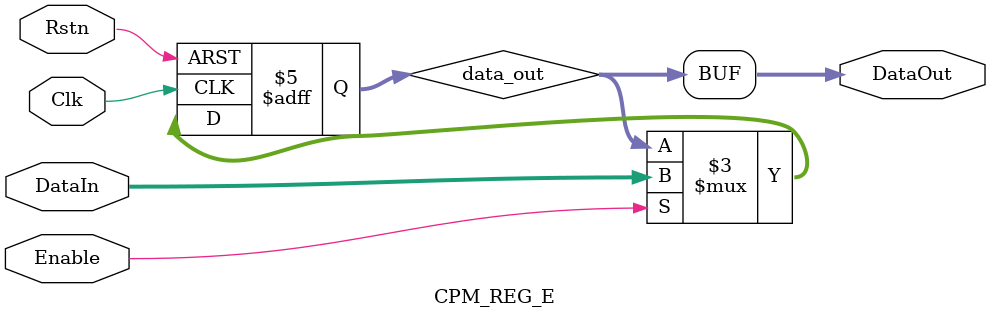
<source format=v>
module CPM_REG_E #(
    parameter DW = 8
) (
    input            Clk   ,
    input            Rstn  ,
    input            Enable,

    input  [DW -1:0] DataIn,
    output [DW -1:0] DataOut
);
  reg [DW -1:0] data_out;
  assign DataOut = data_out;
  always @ ( posedge Clk or negedge Rstn )begin
    if( ~Rstn )
      data_out <= 'd0;
    else if( Enable )
      data_out <= DataIn;
  end
endmodule

</source>
